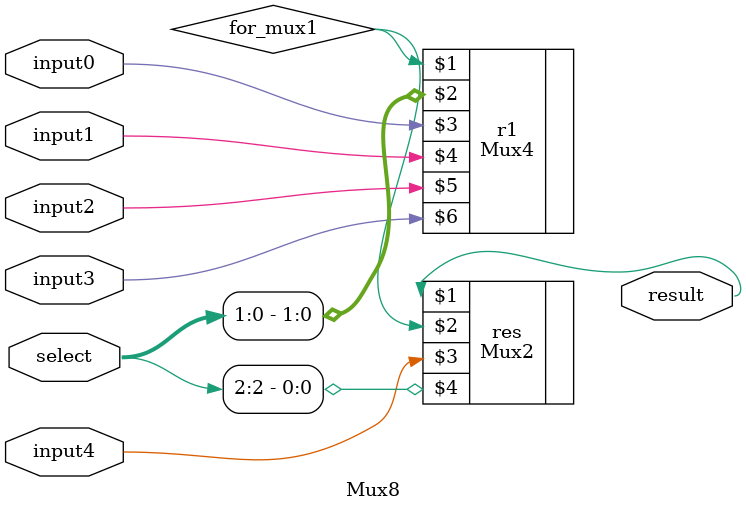
<source format=v>
module Mux8(result,select,input0,input1,input2,input3,input4);

input input0,input1,input2,input3,input4;
input [2:0] select;
output result;
wire for_mux1,for_mux2;

Mux4 r1(for_mux1, select[1:0], input0, input1, input2, input3);
Mux2 res(result,for_mux1,input4,select[2]);

endmodule
</source>
